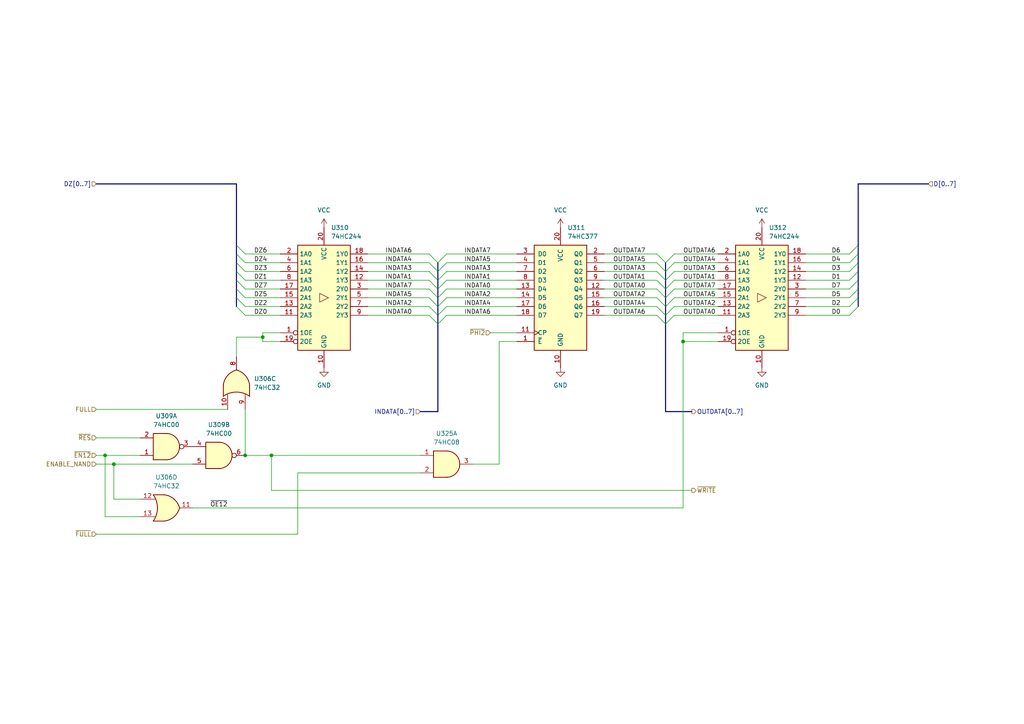
<source format=kicad_sch>
(kicad_sch (version 20211123) (generator eeschema)
  (paper "A4")
  (title_block (title "74HCT6526 Board 3") (date "2023-06-22") (rev "0.2.2") (company "Daniel Molina") (comment 1 "https://github.com/dmolinagarcia/74HCT6526"))
  (lib_symbols
    (symbol "74xx:74HC00" (pin_names (offset 1.016))
      (property "Reference" "U" (at 0 1.27 0))
      (property "Value" "74HC00" (at 0 -1.27 0))
      (symbol "74HC00_1_1"
        (arc (start 0 -3.81) (mid 3.81 0) (end 0 3.81) (stroke (width 0.254)) (fill (type background)))
        (polyline (pts (xy 0 3.81) (xy -3.81 3.81) (xy -3.81 -3.81) (xy 0 -3.81)) (stroke (width 0.254)) (fill (type background)))
        (pin input line (at -7.62 2.54 0) (length 3.81) (name "~") (number "1"))
        (pin input line (at -7.62 -2.54 0) (length 3.81) (name "~") (number "2"))
        (pin output inverted (at 7.62 0 180) (length 3.81) (name "~") (number "3"))
      )
      (symbol "74HC00_1_2"
        (arc (start -3.81 -3.81) (mid -2.589 0) (end -3.81 3.81) (stroke (width 0.254)))
        (arc (start -0.6096 -3.81) (mid 2.1842 -2.5851) (end 3.81 0) (stroke (width 0.254)) (fill (type background)))
        (polyline (pts (xy -3.81 -3.81) (xy -0.635 -3.81)) (stroke (width 0.254)) (fill (type background)))
        (polyline (pts (xy -3.81 3.81) (xy -0.635 3.81)) (stroke (width 0.254)) (fill (type background)))
        (polyline (pts (xy -0.635 3.81) (xy -3.81 3.81) (xy -3.81 3.81) (xy -3.556 3.4036) (xy -3.0226 2.2606) (xy -2.6924 1.0414) (xy -2.6162 -0.254) (xy -2.7686 -1.4986) (xy -3.175 -2.7178) (xy -3.81 -3.81) (xy -3.81 -3.81) (xy -0.635 -3.81)) (stroke (width -25.4)) (fill (type background)))
        (arc (start 3.81 0) (mid 2.1915 2.5936) (end -0.6096 3.81) (stroke (width 0.254)) (fill (type background)))
        (pin input inverted (at -7.62 2.54 0) (length 4.318) (name "~") (number "1"))
        (pin input inverted (at -7.62 -2.54 0) (length 4.318) (name "~") (number "2"))
        (pin output line (at 7.62 0 180) (length 3.81) (name "~") (number "3"))
      )
      (symbol "74HC00_2_1"
        (arc (start 0 -3.81) (mid 3.81 0) (end 0 3.81) (stroke (width 0.254)) (fill (type background)))
        (polyline (pts (xy 0 3.81) (xy -3.81 3.81) (xy -3.81 -3.81) (xy 0 -3.81)) (stroke (width 0.254)) (fill (type background)))
        (pin input line (at -7.62 2.54 0) (length 3.81) (name "~") (number "4"))
        (pin input line (at -7.62 -2.54 0) (length 3.81) (name "~") (number "5"))
        (pin output inverted (at 7.62 0 180) (length 3.81) (name "~") (number "6"))
      )
      (symbol "74HC00_2_2"
        (arc (start -3.81 -3.81) (mid -2.589 0) (end -3.81 3.81) (stroke (width 0.254)))
        (arc (start -0.6096 -3.81) (mid 2.1842 -2.5851) (end 3.81 0) (stroke (width 0.254)) (fill (type background)))
        (polyline (pts (xy -3.81 -3.81) (xy -0.635 -3.81)) (stroke (width 0.254)) (fill (type background)))
        (polyline (pts (xy -3.81 3.81) (xy -0.635 3.81)) (stroke (width 0.254)) (fill (type background)))
        (polyline (pts (xy -0.635 3.81) (xy -3.81 3.81) (xy -3.81 3.81) (xy -3.556 3.4036) (xy -3.0226 2.2606) (xy -2.6924 1.0414) (xy -2.6162 -0.254) (xy -2.7686 -1.4986) (xy -3.175 -2.7178) (xy -3.81 -3.81) (xy -3.81 -3.81) (xy -0.635 -3.81)) (stroke (width -25.4)) (fill (type background)))
        (arc (start 3.81 0) (mid 2.1915 2.5936) (end -0.6096 3.81) (stroke (width 0.254)) (fill (type background)))
        (pin input inverted (at -7.62 2.54 0) (length 4.318) (name "~") (number "4"))
        (pin input inverted (at -7.62 -2.54 0) (length 4.318) (name "~") (number "5"))
        (pin output line (at 7.62 0 180) (length 3.81) (name "~") (number "6"))
      )
      (symbol "74HC00_3_1"
        (arc (start 0 -3.81) (mid 3.81 0) (end 0 3.81) (stroke (width 0.254)) (fill (type background)))
        (polyline (pts (xy 0 3.81) (xy -3.81 3.81) (xy -3.81 -3.81) (xy 0 -3.81)) (stroke (width 0.254)) (fill (type background)))
        (pin input line (at -7.62 -2.54 0) (length 3.81) (name "~") (number "10"))
        (pin output inverted (at 7.62 0 180) (length 3.81) (name "~") (number "8"))
        (pin input line (at -7.62 2.54 0) (length 3.81) (name "~") (number "9"))
      )
      (symbol "74HC00_3_2"
        (arc (start -3.81 -3.81) (mid -2.589 0) (end -3.81 3.81) (stroke (width 0.254)))
        (arc (start -0.6096 -3.81) (mid 2.1842 -2.5851) (end 3.81 0) (stroke (width 0.254)) (fill (type background)))
        (polyline (pts (xy -3.81 -3.81) (xy -0.635 -3.81)) (stroke (width 0.254)) (fill (type background)))
        (polyline (pts (xy -3.81 3.81) (xy -0.635 3.81)) (stroke (width 0.254)) (fill (type background)))
        (polyline (pts (xy -0.635 3.81) (xy -3.81 3.81) (xy -3.81 3.81) (xy -3.556 3.4036) (xy -3.0226 2.2606) (xy -2.6924 1.0414) (xy -2.6162 -0.254) (xy -2.7686 -1.4986) (xy -3.175 -2.7178) (xy -3.81 -3.81) (xy -3.81 -3.81) (xy -0.635 -3.81)) (stroke (width -25.4)) (fill (type background)))
        (arc (start 3.81 0) (mid 2.1915 2.5936) (end -0.6096 3.81) (stroke (width 0.254)) (fill (type background)))
        (pin input inverted (at -7.62 -2.54 0) (length 4.318) (name "~") (number "10"))
        (pin output line (at 7.62 0 180) (length 3.81) (name "~") (number "8"))
        (pin input inverted (at -7.62 2.54 0) (length 4.318) (name "~") (number "9"))
      )
      (symbol "74HC00_4_1"
        (arc (start 0 -3.81) (mid 3.81 0) (end 0 3.81) (stroke (width 0.254)) (fill (type background)))
        (polyline (pts (xy 0 3.81) (xy -3.81 3.81) (xy -3.81 -3.81) (xy 0 -3.81)) (stroke (width 0.254)) (fill (type background)))
        (pin output inverted (at 7.62 0 180) (length 3.81) (name "~") (number "11"))
        (pin input line (at -7.62 2.54 0) (length 3.81) (name "~") (number "12"))
        (pin input line (at -7.62 -2.54 0) (length 3.81) (name "~") (number "13"))
      )
      (symbol "74HC00_4_2"
        (arc (start -3.81 -3.81) (mid -2.589 0) (end -3.81 3.81) (stroke (width 0.254)))
        (arc (start -0.6096 -3.81) (mid 2.1842 -2.5851) (end 3.81 0) (stroke (width 0.254)) (fill (type background)))
        (polyline (pts (xy -3.81 -3.81) (xy -0.635 -3.81)) (stroke (width 0.254)) (fill (type background)))
        (polyline (pts (xy -3.81 3.81) (xy -0.635 3.81)) (stroke (width 0.254)) (fill (type background)))
        (polyline (pts (xy -0.635 3.81) (xy -3.81 3.81) (xy -3.81 3.81) (xy -3.556 3.4036) (xy -3.0226 2.2606) (xy -2.6924 1.0414) (xy -2.6162 -0.254) (xy -2.7686 -1.4986) (xy -3.175 -2.7178) (xy -3.81 -3.81) (xy -3.81 -3.81) (xy -0.635 -3.81)) (stroke (width -25.4)) (fill (type background)))
        (arc (start 3.81 0) (mid 2.1915 2.5936) (end -0.6096 3.81) (stroke (width 0.254)) (fill (type background)))
        (pin output line (at 7.62 0 180) (length 3.81) (name "~") (number "11"))
        (pin input inverted (at -7.62 2.54 0) (length 4.318) (name "~") (number "12"))
        (pin input inverted (at -7.62 -2.54 0) (length 4.318) (name "~") (number "13"))
      )
      (symbol "74HC00_5_0"
        (pin power_in line (at 0 12.7 270) (length 5.08) (name "VCC") (number "14"))
        (pin power_in line (at 0 -12.7 90) (length 5.08) (name "GND") (number "7"))
      )
      (symbol "74HC00_5_1"
        (rectangle (start -5.08 7.62) (end 5.08 -7.62) (stroke (width 0.254)) (fill (type background)))
      )
    )
    (symbol "74xx:74HC244"
      (property "Reference" "U" (at -7.62 16.51 0))
      (property "Value" "74HC244" (at -7.62 -16.51 0))
      (symbol "74HC244_1_0"
        (polyline (pts (xy 1.27 0) (xy -1.27 1.27) (xy -1.27 -1.27) (xy 1.27 0)) (stroke (width 0.1524)))
        (pin input inverted (at -12.7 -10.16 0) (length 5.08) (name "1OE") (number "1"))
        (pin power_in line (at 0 -20.32 90) (length 5.08) (name "GND") (number "10"))
        (pin input line (at -12.7 -5.08 0) (length 5.08) (name "2A3") (number "11"))
        (pin tri_state line (at 12.7 5.08 180) (length 5.08) (name "1Y3") (number "12"))
        (pin input line (at -12.7 -2.54 0) (length 5.08) (name "2A2") (number "13"))
        (pin tri_state line (at 12.7 7.62 180) (length 5.08) (name "1Y2") (number "14"))
        (pin input line (at -12.7 0 0) (length 5.08) (name "2A1") (number "15"))
        (pin tri_state line (at 12.7 10.16 180) (length 5.08) (name "1Y1") (number "16"))
        (pin input line (at -12.7 2.54 0) (length 5.08) (name "2A0") (number "17"))
        (pin tri_state line (at 12.7 12.7 180) (length 5.08) (name "1Y0") (number "18"))
        (pin input inverted (at -12.7 -12.7 0) (length 5.08) (name "2OE") (number "19"))
        (pin input line (at -12.7 12.7 0) (length 5.08) (name "1A0") (number "2"))
        (pin power_in line (at 0 20.32 270) (length 5.08) (name "VCC") (number "20"))
        (pin tri_state line (at 12.7 2.54 180) (length 5.08) (name "2Y0") (number "3"))
        (pin input line (at -12.7 10.16 0) (length 5.08) (name "1A1") (number "4"))
        (pin tri_state line (at 12.7 0 180) (length 5.08) (name "2Y1") (number "5"))
        (pin input line (at -12.7 7.62 0) (length 5.08) (name "1A2") (number "6"))
        (pin tri_state line (at 12.7 -2.54 180) (length 5.08) (name "2Y2") (number "7"))
        (pin input line (at -12.7 5.08 0) (length 5.08) (name "1A3") (number "8"))
        (pin tri_state line (at 12.7 -5.08 180) (length 5.08) (name "2Y3") (number "9"))
      )
      (symbol "74HC244_1_1"
        (rectangle (start -7.62 15.24) (end 7.62 -15.24) (stroke (width 0.254)) (fill (type background)))
      )
    )
    (symbol "74xx:74LS32" (pin_names (offset 1.016))
      (property "Reference" "U" (at 0 1.27 0))
      (property "Value" "74LS32" (at 0 -1.27 0))
      (symbol "74LS32_1_1"
        (arc (start -3.81 -3.81) (mid -2.589 0) (end -3.81 3.81) (stroke (width 0.254)))
        (arc (start -0.6096 -3.81) (mid 2.1842 -2.5851) (end 3.81 0) (stroke (width 0.254)) (fill (type background)))
        (polyline (pts (xy -3.81 -3.81) (xy -0.635 -3.81)) (stroke (width 0.254)) (fill (type background)))
        (polyline (pts (xy -3.81 3.81) (xy -0.635 3.81)) (stroke (width 0.254)) (fill (type background)))
        (polyline (pts (xy -0.635 3.81) (xy -3.81 3.81) (xy -3.81 3.81) (xy -3.556 3.4036) (xy -3.0226 2.2606) (xy -2.6924 1.0414) (xy -2.6162 -0.254) (xy -2.7686 -1.4986) (xy -3.175 -2.7178) (xy -3.81 -3.81) (xy -3.81 -3.81) (xy -0.635 -3.81)) (stroke (width -25.4)) (fill (type background)))
        (arc (start 3.81 0) (mid 2.1915 2.5936) (end -0.6096 3.81) (stroke (width 0.254)) (fill (type background)))
        (pin input line (at -7.62 2.54 0) (length 4.318) (name "~") (number "1"))
        (pin input line (at -7.62 -2.54 0) (length 4.318) (name "~") (number "2"))
        (pin output line (at 7.62 0 180) (length 3.81) (name "~") (number "3"))
      )
      (symbol "74LS32_1_2"
        (arc (start 0 -3.81) (mid 3.81 0) (end 0 3.81) (stroke (width 0.254)) (fill (type background)))
        (polyline (pts (xy 0 3.81) (xy -3.81 3.81) (xy -3.81 -3.81) (xy 0 -3.81)) (stroke (width 0.254)) (fill (type background)))
        (pin input inverted (at -7.62 2.54 0) (length 3.81) (name "~") (number "1"))
        (pin input inverted (at -7.62 -2.54 0) (length 3.81) (name "~") (number "2"))
        (pin output inverted (at 7.62 0 180) (length 3.81) (name "~") (number "3"))
      )
      (symbol "74LS32_2_1"
        (arc (start -3.81 -3.81) (mid -2.589 0) (end -3.81 3.81) (stroke (width 0.254)))
        (arc (start -0.6096 -3.81) (mid 2.1842 -2.5851) (end 3.81 0) (stroke (width 0.254)) (fill (type background)))
        (polyline (pts (xy -3.81 -3.81) (xy -0.635 -3.81)) (stroke (width 0.254)) (fill (type background)))
        (polyline (pts (xy -3.81 3.81) (xy -0.635 3.81)) (stroke (width 0.254)) (fill (type background)))
        (polyline (pts (xy -0.635 3.81) (xy -3.81 3.81) (xy -3.81 3.81) (xy -3.556 3.4036) (xy -3.0226 2.2606) (xy -2.6924 1.0414) (xy -2.6162 -0.254) (xy -2.7686 -1.4986) (xy -3.175 -2.7178) (xy -3.81 -3.81) (xy -3.81 -3.81) (xy -0.635 -3.81)) (stroke (width -25.4)) (fill (type background)))
        (arc (start 3.81 0) (mid 2.1915 2.5936) (end -0.6096 3.81) (stroke (width 0.254)) (fill (type background)))
        (pin input line (at -7.62 2.54 0) (length 4.318) (name "~") (number "4"))
        (pin input line (at -7.62 -2.54 0) (length 4.318) (name "~") (number "5"))
        (pin output line (at 7.62 0 180) (length 3.81) (name "~") (number "6"))
      )
      (symbol "74LS32_2_2"
        (arc (start 0 -3.81) (mid 3.81 0) (end 0 3.81) (stroke (width 0.254)) (fill (type background)))
        (polyline (pts (xy 0 3.81) (xy -3.81 3.81) (xy -3.81 -3.81) (xy 0 -3.81)) (stroke (width 0.254)) (fill (type background)))
        (pin input inverted (at -7.62 2.54 0) (length 3.81) (name "~") (number "4"))
        (pin input inverted (at -7.62 -2.54 0) (length 3.81) (name "~") (number "5"))
        (pin output inverted (at 7.62 0 180) (length 3.81) (name "~") (number "6"))
      )
      (symbol "74LS32_3_1"
        (arc (start -3.81 -3.81) (mid -2.589 0) (end -3.81 3.81) (stroke (width 0.254)))
        (arc (start -0.6096 -3.81) (mid 2.1842 -2.5851) (end 3.81 0) (stroke (width 0.254)) (fill (type background)))
        (polyline (pts (xy -3.81 -3.81) (xy -0.635 -3.81)) (stroke (width 0.254)) (fill (type background)))
        (polyline (pts (xy -3.81 3.81) (xy -0.635 3.81)) (stroke (width 0.254)) (fill (type background)))
        (polyline (pts (xy -0.635 3.81) (xy -3.81 3.81) (xy -3.81 3.81) (xy -3.556 3.4036) (xy -3.0226 2.2606) (xy -2.6924 1.0414) (xy -2.6162 -0.254) (xy -2.7686 -1.4986) (xy -3.175 -2.7178) (xy -3.81 -3.81) (xy -3.81 -3.81) (xy -0.635 -3.81)) (stroke (width -25.4)) (fill (type background)))
        (arc (start 3.81 0) (mid 2.1915 2.5936) (end -0.6096 3.81) (stroke (width 0.254)) (fill (type background)))
        (pin input line (at -7.62 -2.54 0) (length 4.318) (name "~") (number "10"))
        (pin output line (at 7.62 0 180) (length 3.81) (name "~") (number "8"))
        (pin input line (at -7.62 2.54 0) (length 4.318) (name "~") (number "9"))
      )
      (symbol "74LS32_3_2"
        (arc (start 0 -3.81) (mid 3.81 0) (end 0 3.81) (stroke (width 0.254)) (fill (type background)))
        (polyline (pts (xy 0 3.81) (xy -3.81 3.81) (xy -3.81 -3.81) (xy 0 -3.81)) (stroke (width 0.254)) (fill (type background)))
        (pin input inverted (at -7.62 -2.54 0) (length 3.81) (name "~") (number "10"))
        (pin output inverted (at 7.62 0 180) (length 3.81) (name "~") (number "8"))
        (pin input inverted (at -7.62 2.54 0) (length 3.81) (name "~") (number "9"))
      )
      (symbol "74LS32_4_1"
        (arc (start -3.81 -3.81) (mid -2.589 0) (end -3.81 3.81) (stroke (width 0.254)))
        (arc (start -0.6096 -3.81) (mid 2.1842 -2.5851) (end 3.81 0) (stroke (width 0.254)) (fill (type background)))
        (polyline (pts (xy -3.81 -3.81) (xy -0.635 -3.81)) (stroke (width 0.254)) (fill (type background)))
        (polyline (pts (xy -3.81 3.81) (xy -0.635 3.81)) (stroke (width 0.254)) (fill (type background)))
        (polyline (pts (xy -0.635 3.81) (xy -3.81 3.81) (xy -3.81 3.81) (xy -3.556 3.4036) (xy -3.0226 2.2606) (xy -2.6924 1.0414) (xy -2.6162 -0.254) (xy -2.7686 -1.4986) (xy -3.175 -2.7178) (xy -3.81 -3.81) (xy -3.81 -3.81) (xy -0.635 -3.81)) (stroke (width -25.4)) (fill (type background)))
        (arc (start 3.81 0) (mid 2.1915 2.5936) (end -0.6096 3.81) (stroke (width 0.254)) (fill (type background)))
        (pin output line (at 7.62 0 180) (length 3.81) (name "~") (number "11"))
        (pin input line (at -7.62 2.54 0) (length 4.318) (name "~") (number "12"))
        (pin input line (at -7.62 -2.54 0) (length 4.318) (name "~") (number "13"))
      )
      (symbol "74LS32_4_2"
        (arc (start 0 -3.81) (mid 3.81 0) (end 0 3.81) (stroke (width 0.254)) (fill (type background)))
        (polyline (pts (xy 0 3.81) (xy -3.81 3.81) (xy -3.81 -3.81) (xy 0 -3.81)) (stroke (width 0.254)) (fill (type background)))
        (pin output inverted (at 7.62 0 180) (length 3.81) (name "~") (number "11"))
        (pin input inverted (at -7.62 2.54 0) (length 3.81) (name "~") (number "12"))
        (pin input inverted (at -7.62 -2.54 0) (length 3.81) (name "~") (number "13"))
      )
      (symbol "74LS32_5_0"
        (pin power_in line (at 0 12.7 270) (length 5.08) (name "VCC") (number "14"))
        (pin power_in line (at 0 -12.7 90) (length 5.08) (name "GND") (number "7"))
      )
      (symbol "74LS32_5_1"
        (rectangle (start -5.08 7.62) (end 5.08 -7.62) (stroke (width 0.254)) (fill (type background)))
      )
    )
    (symbol "74xx:74LS377" (pin_names (offset 1.016))
      (property "Reference" "U" (at -7.62 16.51 0))
      (property "Value" "74LS377" (at -7.62 -16.51 0))
      (symbol "74LS377_1_0"
        (pin input line (at -12.7 -12.7 0) (length 5.08) (name "~{E}") (number "1"))
        (pin power_in line (at 0 -20.32 90) (length 5.08) (name "GND") (number "10"))
        (pin input clock (at -12.7 -10.16 0) (length 5.08) (name "CP") (number "11"))
        (pin output line (at 12.7 2.54 180) (length 5.08) (name "Q4") (number "12"))
        (pin input line (at -12.7 2.54 0) (length 5.08) (name "D4") (number "13"))
        (pin input line (at -12.7 0 0) (length 5.08) (name "D5") (number "14"))
        (pin output line (at 12.7 0 180) (length 5.08) (name "Q5") (number "15"))
        (pin output line (at 12.7 -2.54 180) (length 5.08) (name "Q6") (number "16"))
        (pin input line (at -12.7 -2.54 0) (length 5.08) (name "D6") (number "17"))
        (pin input line (at -12.7 -5.08 0) (length 5.08) (name "D7") (number "18"))
        (pin output line (at 12.7 -5.08 180) (length 5.08) (name "Q7") (number "19"))
        (pin output line (at 12.7 12.7 180) (length 5.08) (name "Q0") (number "2"))
        (pin power_in line (at 0 20.32 270) (length 5.08) (name "VCC") (number "20"))
        (pin input line (at -12.7 12.7 0) (length 5.08) (name "D0") (number "3"))
        (pin input line (at -12.7 10.16 0) (length 5.08) (name "D1") (number "4"))
        (pin output line (at 12.7 10.16 180) (length 5.08) (name "Q1") (number "5"))
        (pin output line (at 12.7 7.62 180) (length 5.08) (name "Q2") (number "6"))
        (pin input line (at -12.7 7.62 0) (length 5.08) (name "D2") (number "7"))
        (pin input line (at -12.7 5.08 0) (length 5.08) (name "D3") (number "8"))
        (pin output line (at 12.7 5.08 180) (length 5.08) (name "Q3") (number "9"))
      )
      (symbol "74LS377_1_1"
        (rectangle (start -7.62 15.24) (end 7.62 -15.24) (stroke (width 0.254)) (fill (type background)))
      )
    )
    (symbol "Custom 74xx:74HC08" (pin_names (offset 1.016))
      (property "Reference" "U" (at 0 1.27 0))
      (property "Value" "74HC08" (at 0 -1.27 0))
      (symbol "74HC08_1_1"
        (arc (start 0 -3.81) (mid 3.81 0) (end 0 3.81) (stroke (width 0.254)) (fill (type background)))
        (polyline (pts (xy 0 3.81) (xy -3.81 3.81) (xy -3.81 -3.81) (xy 0 -3.81)) (stroke (width 0.254)) (fill (type background)))
        (pin input line (at -7.62 2.54 0) (length 3.81) (name "~") (number "1"))
        (pin input line (at -7.62 -2.54 0) (length 3.81) (name "~") (number "2"))
        (pin output line (at 7.62 0 180) (length 3.81) (name "~") (number "3"))
      )
      (symbol "74HC08_1_2"
        (arc (start -3.81 -3.81) (mid -2.589 0) (end -3.81 3.81) (stroke (width 0.254)))
        (arc (start -0.6096 -3.81) (mid 2.1855 -2.584) (end 3.81 0) (stroke (width 0.254)) (fill (type background)))
        (polyline (pts (xy -3.81 -3.81) (xy -0.635 -3.81)) (stroke (width 0.254)) (fill (type background)))
        (polyline (pts (xy -3.81 3.81) (xy -0.635 3.81)) (stroke (width 0.254)) (fill (type background)))
        (polyline (pts (xy -0.635 3.81) (xy -3.81 3.81) (xy -3.81 3.81) (xy -3.556 3.4036) (xy -3.0226 2.2606) (xy -2.6924 1.0414) (xy -2.6162 -0.254) (xy -2.7686 -1.4986) (xy -3.175 -2.7178) (xy -3.81 -3.81) (xy -3.81 -3.81) (xy -0.635 -3.81)) (stroke (width -25.4)) (fill (type background)))
        (arc (start 3.81 0) (mid 2.1928 2.5925) (end -0.6096 3.81) (stroke (width 0.254)) (fill (type background)))
        (pin input inverted (at -7.62 2.54 0) (length 4.318) (name "~") (number "1"))
        (pin input inverted (at -7.62 -2.54 0) (length 4.318) (name "~") (number "2"))
        (pin output line (at 7.62 0 180) (length 3.81) (name "~") (number "3"))
      )
      (symbol "74HC08_2_1"
        (arc (start 0 -3.81) (mid 3.81 0) (end 0 3.81) (stroke (width 0.254)) (fill (type background)))
        (polyline (pts (xy 0 3.81) (xy -3.81 3.81) (xy -3.81 -3.81) (xy 0 -3.81)) (stroke (width 0.254)) (fill (type background)))
        (pin input line (at -7.62 2.54 0) (length 3.81) (name "~") (number "4"))
        (pin input line (at -7.62 -2.54 0) (length 3.81) (name "~") (number "5"))
        (pin output line (at 7.62 0 180) (length 3.81) (name "~") (number "6"))
      )
      (symbol "74HC08_2_2"
        (arc (start -3.81 -3.81) (mid -2.589 0) (end -3.81 3.81) (stroke (width 0.254)))
        (arc (start -0.6096 -3.81) (mid 2.1855 -2.584) (end 3.81 0) (stroke (width 0.254)) (fill (type background)))
        (polyline (pts (xy -3.81 -3.81) (xy -0.635 -3.81)) (stroke (width 0.254)) (fill (type background)))
        (polyline (pts (xy -3.81 3.81) (xy -0.635 3.81)) (stroke (width 0.254)) (fill (type background)))
        (polyline (pts (xy -0.635 3.81) (xy -3.81 3.81) (xy -3.81 3.81) (xy -3.556 3.4036) (xy -3.0226 2.2606) (xy -2.6924 1.0414) (xy -2.6162 -0.254) (xy -2.7686 -1.4986) (xy -3.175 -2.7178) (xy -3.81 -3.81) (xy -3.81 -3.81) (xy -0.635 -3.81)) (stroke (width -25.4)) (fill (type background)))
        (arc (start 3.81 0) (mid 2.1928 2.5925) (end -0.6096 3.81) (stroke (width 0.254)) (fill (type background)))
        (pin input inverted (at -7.62 2.54 0) (length 4.318) (name "~") (number "4"))
        (pin input inverted (at -7.62 -2.54 0) (length 4.318) (name "~") (number "5"))
        (pin output line (at 7.62 0 180) (length 3.81) (name "~") (number "6"))
      )
      (symbol "74HC08_3_1"
        (arc (start 0 -3.81) (mid 3.81 0) (end 0 3.81) (stroke (width 0.254)) (fill (type background)))
        (polyline (pts (xy 0 3.81) (xy -3.81 3.81) (xy -3.81 -3.81) (xy 0 -3.81)) (stroke (width 0.254)) (fill (type background)))
        (pin input line (at -7.62 -2.54 0) (length 3.81) (name "~") (number "10"))
        (pin output line (at 7.62 0 180) (length 3.81) (name "~") (number "8"))
        (pin input line (at -7.62 2.54 0) (length 3.81) (name "~") (number "9"))
      )
      (symbol "74HC08_3_2"
        (arc (start -3.81 -3.81) (mid -2.589 0) (end -3.81 3.81) (stroke (width 0.254)))
        (arc (start -0.6096 -3.81) (mid 2.1855 -2.584) (end 3.81 0) (stroke (width 0.254)) (fill (type background)))
        (polyline (pts (xy -3.81 -3.81) (xy -0.635 -3.81)) (stroke (width 0.254)) (fill (type background)))
        (polyline (pts (xy -3.81 3.81) (xy -0.635 3.81)) (stroke (width 0.254)) (fill (type background)))
        (polyline (pts (xy -0.635 3.81) (xy -3.81 3.81) (xy -3.81 3.81) (xy -3.556 3.4036) (xy -3.0226 2.2606) (xy -2.6924 1.0414) (xy -2.6162 -0.254) (xy -2.7686 -1.4986) (xy -3.175 -2.7178) (xy -3.81 -3.81) (xy -3.81 -3.81) (xy -0.635 -3.81)) (stroke (width -25.4)) (fill (type background)))
        (arc (start 3.81 0) (mid 2.1928 2.5925) (end -0.6096 3.81) (stroke (width 0.254)) (fill (type background)))
        (pin input inverted (at -7.62 -2.54 0) (length 4.318) (name "~") (number "10"))
        (pin output line (at 7.62 0 180) (length 3.81) (name "~") (number "8"))
        (pin input inverted (at -7.62 2.54 0) (length 4.318) (name "~") (number "9"))
      )
      (symbol "74HC08_4_1"
        (arc (start 0 -3.81) (mid 3.81 0) (end 0 3.81) (stroke (width 0.254)) (fill (type background)))
        (polyline (pts (xy 0 3.81) (xy -3.81 3.81) (xy -3.81 -3.81) (xy 0 -3.81)) (stroke (width 0.254)) (fill (type background)))
        (pin output line (at 7.62 0 180) (length 3.81) (name "~") (number "11"))
        (pin input line (at -7.62 2.54 0) (length 3.81) (name "~") (number "12"))
        (pin input line (at -7.62 -2.54 0) (length 3.81) (name "~") (number "13"))
      )
      (symbol "74HC08_4_2"
        (arc (start -3.81 -3.81) (mid -2.589 0) (end -3.81 3.81) (stroke (width 0.254)))
        (arc (start -0.6096 -3.81) (mid 2.1855 -2.584) (end 3.81 0) (stroke (width 0.254)) (fill (type background)))
        (polyline (pts (xy -3.81 -3.81) (xy -0.635 -3.81)) (stroke (width 0.254)) (fill (type background)))
        (polyline (pts (xy -3.81 3.81) (xy -0.635 3.81)) (stroke (width 0.254)) (fill (type background)))
        (polyline (pts (xy -0.635 3.81) (xy -3.81 3.81) (xy -3.81 3.81) (xy -3.556 3.4036) (xy -3.0226 2.2606) (xy -2.6924 1.0414) (xy -2.6162 -0.254) (xy -2.7686 -1.4986) (xy -3.175 -2.7178) (xy -3.81 -3.81) (xy -3.81 -3.81) (xy -0.635 -3.81)) (stroke (width -25.4)) (fill (type background)))
        (arc (start 3.81 0) (mid 2.1928 2.5925) (end -0.6096 3.81) (stroke (width 0.254)) (fill (type background)))
        (pin output line (at 7.62 0 180) (length 3.81) (name "~") (number "11"))
        (pin input inverted (at -7.62 2.54 0) (length 4.318) (name "~") (number "12"))
        (pin input inverted (at -7.62 -2.54 0) (length 4.318) (name "~") (number "13"))
      )
      (symbol "74HC08_5_0"
        (pin power_in line (at 0 12.7 270) (length 5.08) (name "VCC") (number "14"))
        (pin power_in line (at 0 -12.7 90) (length 5.08) (name "GND") (number "7"))
      )
      (symbol "74HC08_5_1"
        (rectangle (start -5.08 7.62) (end 5.08 -7.62) (stroke (width 0.254)) (fill (type background)))
      )
    )
    (symbol "power:GND" (power) (pin_names (offset 0))
      (property "Value" "GND" (at 0 -3.81 0))
      (symbol "GND_0_1"
        (polyline (pts (xy 0 0) (xy 0 -1.27) (xy 1.27 -1.27) (xy 0 -2.54) (xy -1.27 -1.27) (xy 0 -1.27)))
      )
      (symbol "GND_1_1"
        (pin power_in line (at 0 0 270) (length 0) hide (name "GND") (number "1"))
      )
    )
    (symbol "power:VCC" (power) (pin_names (offset 0))
      (property "Value" "VCC" (at 0 3.81 0))
      (symbol "VCC_0_1"
        (polyline (pts (xy -0.762 1.27) (xy 0 2.54)))
        (polyline (pts (xy 0 0) (xy 0 2.54)))
        (polyline (pts (xy 0 2.54) (xy 0.762 1.27)))
      )
      (symbol "VCC_1_1"
        (pin power_in line (at 0 0 90) (length 0) hide (name "VCC") (number "1"))
      )
    )
  )
  (junction (at 76.2 97.79))
  (junction (at 198.12 99.06))
  (junction (at 71.12 132.08))
  (junction (at 33.02 134.62))
  (junction (at 30.48 132.08))
  (junction (at 78.74 132.08))
  (bus_entry (at 195.58 91.44) (size -2.54 2.54))
  (bus_entry (at 124.46 86.36) (size 2.54 2.54))
  (bus_entry (at 124.46 88.9) (size 2.54 2.54))
  (bus_entry (at 246.38 88.9) (size 2.54 -2.54))
  (bus_entry (at 246.38 91.44) (size 2.54 -2.54))
  (bus_entry (at 190.5 81.28) (size 2.54 2.54))
  (bus_entry (at 129.54 88.9) (size -2.54 2.54))
  (bus_entry (at 246.38 83.82) (size 2.54 -2.54))
  (bus_entry (at 190.5 83.82) (size 2.54 2.54))
  (bus_entry (at 195.58 86.36) (size -2.54 2.54))
  (bus_entry (at 246.38 73.66) (size 2.54 -2.54))
  (bus_entry (at 246.38 81.28) (size 2.54 -2.54))
  (bus_entry (at 190.5 76.2) (size 2.54 2.54))
  (bus_entry (at 68.58 71.12) (size 2.54 2.54))
  (bus_entry (at 195.58 81.28) (size -2.54 2.54))
  (bus_entry (at 68.58 73.66) (size 2.54 2.54))
  (bus_entry (at 190.5 88.9) (size 2.54 2.54))
  (bus_entry (at 124.46 81.28) (size 2.54 2.54))
  (bus_entry (at 124.46 83.82) (size 2.54 2.54))
  (bus_entry (at 124.46 76.2) (size 2.54 2.54))
  (bus_entry (at 195.58 76.2) (size -2.54 2.54))
  (bus_entry (at 129.54 78.74) (size -2.54 2.54))
  (bus_entry (at 68.58 81.28) (size 2.54 2.54))
  (bus_entry (at 190.5 73.66) (size 2.54 2.54))
  (bus_entry (at 195.58 73.66) (size -2.54 2.54))
  (bus_entry (at 129.54 73.66) (size -2.54 2.54))
  (bus_entry (at 124.46 73.66) (size 2.54 2.54))
  (bus_entry (at 195.58 88.9) (size -2.54 2.54))
  (bus_entry (at 68.58 83.82) (size 2.54 2.54))
  (bus_entry (at 246.38 78.74) (size 2.54 -2.54))
  (bus_entry (at 195.58 83.82) (size -2.54 2.54))
  (bus_entry (at 129.54 86.36) (size -2.54 2.54))
  (bus_entry (at 129.54 83.82) (size -2.54 2.54))
  (bus_entry (at 129.54 91.44) (size -2.54 2.54))
  (bus_entry (at 68.58 86.36) (size 2.54 2.54))
  (bus_entry (at 68.58 88.9) (size 2.54 2.54))
  (bus_entry (at 129.54 76.2) (size -2.54 2.54))
  (bus_entry (at 195.58 78.74) (size -2.54 2.54))
  (bus_entry (at 190.5 78.74) (size 2.54 2.54))
  (bus_entry (at 68.58 78.74) (size 2.54 2.54))
  (bus_entry (at 190.5 86.36) (size 2.54 2.54))
  (bus_entry (at 124.46 91.44) (size 2.54 2.54))
  (bus_entry (at 68.58 76.2) (size 2.54 2.54))
  (bus_entry (at 190.5 91.44) (size 2.54 2.54))
  (bus_entry (at 129.54 81.28) (size -2.54 2.54))
  (bus_entry (at 246.38 86.36) (size 2.54 -2.54))
  (bus_entry (at 124.46 78.74) (size 2.54 2.54))
  (bus_entry (at 246.38 76.2) (size 2.54 -2.54))
  (wire (pts (xy 195.58 78.74) (xy 208.28 78.74)))
  (wire (pts (xy 76.2 96.52) (xy 81.28 96.52)))
  (wire (pts (xy 144.78 99.06) (xy 144.78 134.62)))
  (wire (pts (xy 233.68 78.74) (xy 246.38 78.74)))
  (wire (pts (xy 30.48 132.08) (xy 40.64 132.08)))
  (bus (pts (xy 68.58 86.36) (xy 68.58 88.9)))
  (bus (pts (xy 193.04 78.74) (xy 193.04 81.28)))
  (wire (pts (xy 195.58 86.36) (xy 208.28 86.36)))
  (wire (pts (xy 233.68 88.9) (xy 246.38 88.9)))
  (wire (pts (xy 233.68 83.82) (xy 246.38 83.82)))
  (bus (pts (xy 127 83.82) (xy 127 86.36)))
  (wire (pts (xy 106.68 76.2) (xy 124.46 76.2)))
  (wire (pts (xy 175.26 91.44) (xy 190.5 91.44)))
  (bus (pts (xy 248.92 76.2) (xy 248.92 78.74)))
  (wire (pts (xy 233.68 91.44) (xy 246.38 91.44)))
  (wire (pts (xy 71.12 76.2) (xy 81.28 76.2)))
  (wire (pts (xy 33.02 134.62) (xy 33.02 144.78)))
  (wire (pts (xy 40.64 149.86) (xy 30.48 149.86)))
  (bus (pts (xy 193.04 83.82) (xy 193.04 86.36)))
  (wire (pts (xy 175.26 78.74) (xy 190.5 78.74)))
  (wire (pts (xy 198.12 99.06) (xy 198.12 96.52)))
  (wire (pts (xy 78.74 132.08) (xy 121.92 132.08)))
  (bus (pts (xy 68.58 71.12) (xy 68.58 73.66)))
  (bus (pts (xy 68.58 78.74) (xy 68.58 81.28)))
  (wire (pts (xy 68.58 103.505) (xy 68.58 97.79)))
  (wire (pts (xy 106.68 86.36) (xy 124.46 86.36)))
  (wire (pts (xy 76.2 97.79) (xy 76.2 96.52)))
  (wire (pts (xy 71.12 132.08) (xy 78.74 132.08)))
  (wire (pts (xy 233.68 81.28) (xy 246.38 81.28)))
  (wire (pts (xy 195.58 88.9) (xy 208.28 88.9)))
  (bus (pts (xy 248.92 71.12) (xy 248.92 73.66)))
  (wire (pts (xy 129.54 81.28) (xy 149.86 81.28)))
  (wire (pts (xy 106.68 78.74) (xy 124.46 78.74)))
  (wire (pts (xy 195.58 81.28) (xy 208.28 81.28)))
  (wire (pts (xy 175.26 83.82) (xy 190.5 83.82)))
  (wire (pts (xy 129.54 91.44) (xy 149.86 91.44)))
  (wire (pts (xy 175.26 81.28) (xy 190.5 81.28)))
  (wire (pts (xy 129.54 76.2) (xy 149.86 76.2)))
  (wire (pts (xy 106.68 88.9) (xy 124.46 88.9)))
  (bus (pts (xy 127 76.2) (xy 127 78.74)))
  (wire (pts (xy 175.26 73.66) (xy 190.5 73.66)))
  (bus (pts (xy 68.58 76.2) (xy 68.58 78.74)))
  (bus (pts (xy 269.24 53.34) (xy 248.92 53.34)))
  (bus (pts (xy 127 93.98) (xy 127 119.38)))
  (wire (pts (xy 106.68 81.28) (xy 124.46 81.28)))
  (bus (pts (xy 248.92 86.36) (xy 248.92 88.9)))
  (wire (pts (xy 129.54 86.36) (xy 149.86 86.36)))
  (wire (pts (xy 27.94 127) (xy 40.64 127)))
  (bus (pts (xy 248.92 83.82) (xy 248.92 86.36)))
  (wire (pts (xy 40.64 144.78) (xy 33.02 144.78)))
  (wire (pts (xy 149.86 99.06) (xy 144.78 99.06)))
  (wire (pts (xy 27.94 118.745) (xy 66.04 118.745)))
  (wire (pts (xy 71.12 88.9) (xy 81.28 88.9)))
  (wire (pts (xy 71.12 73.66) (xy 81.28 73.66)))
  (bus (pts (xy 127 78.74) (xy 127 81.28)))
  (bus (pts (xy 248.92 53.34) (xy 248.92 71.12)))
  (bus (pts (xy 68.58 83.82) (xy 68.58 86.36)))
  (bus (pts (xy 193.04 91.44) (xy 193.04 93.98)))
  (bus (pts (xy 200.66 119.38) (xy 193.04 119.38)))
  (bus (pts (xy 68.58 81.28) (xy 68.58 83.82)))
  (wire (pts (xy 33.02 134.62) (xy 55.88 134.62)))
  (bus (pts (xy 27.94 53.34) (xy 68.58 53.34)))
  (wire (pts (xy 86.36 137.16) (xy 121.92 137.16)))
  (wire (pts (xy 86.36 154.94) (xy 86.36 137.16)))
  (wire (pts (xy 76.2 99.06) (xy 76.2 97.79)))
  (bus (pts (xy 248.92 78.74) (xy 248.92 81.28)))
  (wire (pts (xy 142.24 96.52) (xy 149.86 96.52)))
  (wire (pts (xy 175.26 76.2) (xy 190.5 76.2)))
  (bus (pts (xy 68.58 73.66) (xy 68.58 76.2)))
  (wire (pts (xy 106.68 83.82) (xy 124.46 83.82)))
  (wire (pts (xy 71.12 118.745) (xy 71.12 132.08)))
  (wire (pts (xy 27.94 134.62) (xy 33.02 134.62)))
  (wire (pts (xy 233.68 73.66) (xy 246.38 73.66)))
  (bus (pts (xy 127 81.28) (xy 127 83.82)))
  (wire (pts (xy 198.12 147.32) (xy 198.12 99.06)))
  (bus (pts (xy 193.04 93.98) (xy 193.04 119.38)))
  (wire (pts (xy 71.12 83.82) (xy 81.28 83.82)))
  (wire (pts (xy 71.12 91.44) (xy 81.28 91.44)))
  (bus (pts (xy 193.04 81.28) (xy 193.04 83.82)))
  (wire (pts (xy 78.74 132.08) (xy 78.74 142.24)))
  (bus (pts (xy 127 86.36) (xy 127 88.9)))
  (bus (pts (xy 193.04 86.36) (xy 193.04 88.9)))
  (wire (pts (xy 129.54 73.66) (xy 149.86 73.66)))
  (wire (pts (xy 233.68 76.2) (xy 246.38 76.2)))
  (wire (pts (xy 195.58 73.66) (xy 208.28 73.66)))
  (wire (pts (xy 71.12 86.36) (xy 81.28 86.36)))
  (bus (pts (xy 127 91.44) (xy 127 93.98)))
  (wire (pts (xy 76.2 99.06) (xy 81.28 99.06)))
  (wire (pts (xy 106.68 91.44) (xy 124.46 91.44)))
  (wire (pts (xy 55.88 147.32) (xy 198.12 147.32)))
  (wire (pts (xy 195.58 91.44) (xy 208.28 91.44)))
  (bus (pts (xy 121.92 119.38) (xy 127 119.38)))
  (bus (pts (xy 248.92 73.66) (xy 248.92 76.2)))
  (wire (pts (xy 27.94 132.08) (xy 30.48 132.08)))
  (wire (pts (xy 71.12 81.28) (xy 81.28 81.28)))
  (wire (pts (xy 195.58 83.82) (xy 208.28 83.82)))
  (bus (pts (xy 68.58 53.34) (xy 68.58 71.12)))
  (wire (pts (xy 175.26 88.9) (xy 190.5 88.9)))
  (wire (pts (xy 175.26 86.36) (xy 190.5 86.36)))
  (wire (pts (xy 129.54 78.74) (xy 149.86 78.74)))
  (bus (pts (xy 193.04 88.9) (xy 193.04 91.44)))
  (wire (pts (xy 71.12 78.74) (xy 81.28 78.74)))
  (wire (pts (xy 233.68 86.36) (xy 246.38 86.36)))
  (wire (pts (xy 30.48 149.86) (xy 30.48 132.08)))
  (bus (pts (xy 248.92 81.28) (xy 248.92 83.82)))
  (wire (pts (xy 106.68 73.66) (xy 124.46 73.66)))
  (wire (pts (xy 198.12 96.52) (xy 208.28 96.52)))
  (wire (pts (xy 27.94 154.94) (xy 86.36 154.94)))
  (wire (pts (xy 68.58 97.79) (xy 76.2 97.79)))
  (wire (pts (xy 195.58 76.2) (xy 208.28 76.2)))
  (wire (pts (xy 129.54 88.9) (xy 149.86 88.9)))
  (bus (pts (xy 127 88.9) (xy 127 91.44)))
  (wire (pts (xy 198.12 99.06) (xy 208.28 99.06)))
  (wire (pts (xy 129.54 83.82) (xy 149.86 83.82)))
  (bus (pts (xy 193.04 76.2) (xy 193.04 78.74)))
  (wire (pts (xy 78.74 142.24) (xy 200.66 142.24)))
  (wire (pts (xy 144.78 134.62) (xy 137.16 134.62)))
  (label "OUTDATA4" (at 177.8 88.9 0))
  (label "INDATA1" (at 111.76 81.28 0))
  (label "OUTDATA0" (at 177.8 83.82 0))
  (label "DZ1" (at 73.66 81.28 0))
  (label "INDATA6" (at 134.62 91.44 0))
  (label "OUTDATA3" (at 198.12 78.74 0))
  (label "D6" (at 243.84 73.66 180))
  (label "OUTDATA5" (at 177.8 76.2 0))
  (label "D1" (at 243.84 81.28 180))
  (label "INDATA2" (at 134.62 86.36 0))
  (label "OUTDATA1" (at 177.8 81.28 0))
  (label "D7" (at 243.84 83.82 180))
  (label "INDATA6" (at 111.76 73.66 0))
  (label "OUTDATA1" (at 198.12 81.28 0))
  (label "OUTDATA2" (at 177.8 86.36 0))
  (label "D4" (at 243.84 76.2 180))
  (label "D3" (at 243.84 78.74 180))
  (label "INDATA5" (at 111.76 86.36 0))
  (label "OUTDATA5" (at 198.12 86.36 0))
  (label "OUTDATA6" (at 198.12 73.66 0))
  (label "~{OE12}" (at 66.04 147.32 180))
  (label "INDATA1" (at 134.62 81.28 0))
  (label "INDATA7" (at 134.62 73.66 0))
  (label "DZ7" (at 73.66 83.82 0))
  (label "OUTDATA4" (at 198.12 76.2 0))
  (label "INDATA0" (at 111.76 91.44 0))
  (label "D2" (at 243.84 88.9 180))
  (label "DZ3" (at 73.66 78.74 0))
  (label "D0" (at 243.84 91.44 180))
  (label "INDATA4" (at 134.62 88.9 0))
  (label "OUTDATA0" (at 198.12 91.44 0))
  (label "INDATA7" (at 111.76 83.82 0))
  (label "D5" (at 243.84 86.36 180))
  (label "OUTDATA7" (at 177.8 73.66 0))
  (label "OUTDATA2" (at 198.12 88.9 0))
  (label "DZ0" (at 73.66 91.44 0))
  (label "INDATA0" (at 134.62 83.82 0))
  (label "OUTDATA6" (at 177.8 91.44 0))
  (label "INDATA2" (at 111.76 88.9 0))
  (label "DZ6" (at 73.66 73.66 0))
  (label "OUTDATA7" (at 198.12 83.82 0))
  (label "INDATA5" (at 134.62 76.2 0))
  (label "INDATA4" (at 111.76 76.2 0))
  (label "DZ4" (at 73.66 76.2 0))
  (label "DZ2" (at 73.66 88.9 0))
  (label "INDATA3" (at 134.62 78.74 0))
  (label "DZ5" (at 73.66 86.36 0))
  (label "OUTDATA3" (at 177.8 78.74 0))
  (label "INDATA3" (at 111.76 78.74 0))
  (hierarchical_label "~{PHI2}" (shape input) (at 142.24 96.52 180))
  (hierarchical_label "DZ[0..7]" (shape input) (at 27.94 53.34 180))
  (hierarchical_label "ENABLE_NAND" (shape input) (at 27.94 134.62 180))
  (hierarchical_label "OUTDATA[0..7]" (shape output) (at 200.66 119.38 0))
  (hierarchical_label "~{EN12}" (shape input) (at 27.94 132.08 180))
  (hierarchical_label "D[0..7]" (shape input) (at 269.24 53.34 0))
  (hierarchical_label "~{WRITE}" (shape output) (at 200.66 142.24 0))
  (hierarchical_label "FULL" (shape input) (at 27.94 118.745 180))
  (hierarchical_label "~{RES}" (shape input) (at 27.94 127 180))
  (hierarchical_label "INDATA[0..7]" (shape input) (at 121.92 119.38 180))
  (hierarchical_label "~{FULL}" (shape input) (at 27.94 154.94 180))
  (symbol (lib_id "74xx:74HC244") (at 220.98 86.36 0) (unit 1)
    (property "Reference" "U312" (at 222.9994 66.04 0) (effects (justify left)))
    (property "Value" "74HC244" (at 222.9994 68.58 0) (effects (justify left)))
    (property "Footprint" "Package_SO:SOIC-20W_7.5x12.8mm_P1.27mm" (effects hide))
    (property "Datasheet" "https://assets.nexperia.com/documents/data-sheet/74HC_HCT244.pdf" (effects hide))
  )
  (symbol (lib_id "power:GND") (at 220.98 106.68 0) (unit 1)
    (property "Reference" "#PWR0324" (effects hide))
    (property "Value" "GND" (at 220.98 111.76 0))
  )
  (symbol (lib_id "74xx:74HC00") (at 63.5 132.08 0) (unit 2)
    (property "Reference" "U309" (at 63.5 123.19 0))
    (property "Value" "74HC00" (at 63.5 125.73 0))
    (property "Footprint" "Package_SO:SO-14_3.9x8.65mm_P1.27mm" (effects hide))
    (property "Datasheet" "http://www.ti.com/lit/gpn/sn74hc00" (effects hide))
  )
  (symbol (lib_id "power:GND") (at 162.56 106.68 0) (unit 1)
    (property "Reference" "#PWR0322" (effects hide))
    (property "Value" "GND" (at 162.56 111.76 0))
  )
  (symbol (lib_id "74xx:74HC244") (at 93.98 86.36 0) (unit 1)
    (property "Reference" "U310" (at 95.9994 66.04 0) (effects (justify left)))
    (property "Value" "74HC244" (at 95.9994 68.58 0) (effects (justify left)))
    (property "Footprint" "Package_SO:SOIC-20W_7.5x12.8mm_P1.27mm" (effects hide))
    (property "Datasheet" "https://assets.nexperia.com/documents/data-sheet/74HC_HCT244.pdf" (effects hide))
  )
  (symbol (lib_id "74xx:74LS32") (at 48.26 147.32 0) (unit 4)
    (property "Reference" "U306" (at 48.26 138.43 0))
    (property "Value" "74HC32" (at 48.26 140.97 0))
    (property "Footprint" "Package_SO:SO-14_3.9x8.65mm_P1.27mm" (effects hide))
    (property "Datasheet" "http://www.ti.com/lit/gpn/sn74LS32" (effects hide))
  )
  (symbol (lib_id "74xx:74LS377") (at 162.56 86.36 0) (unit 1)
    (property "Reference" "U311" (at 164.5794 66.04 0) (effects (justify left)))
    (property "Value" "74HC377" (at 164.5794 68.58 0) (effects (justify left)))
    (property "Footprint" "Package_SO:SOIC-20W_7.5x12.8mm_P1.27mm" (effects hide))
    (property "Datasheet" "http://www.ti.com/lit/gpn/sn74LS377" (effects hide))
  )
  (symbol (lib_id "74xx:74LS32") (at 68.58 111.125 270) (mirror x) (unit 3)
    (property "Reference" "U306" (at 73.66 109.8549 90) (effects (justify left)))
    (property "Value" "74HC32" (at 73.66 112.3949 90) (effects (justify left)))
    (property "Footprint" "Package_SO:SO-14_3.9x8.65mm_P1.27mm" (effects hide))
    (property "Datasheet" "http://www.ti.com/lit/gpn/sn74LS32" (effects hide))
  )
  (symbol (lib_id "Custom 74xx:74HC08") (at 129.54 134.62 0) (unit 1)
    (property "Reference" "U325" (at 129.54 125.73 0))
    (property "Value" "74HC08" (at 129.54 128.27 0))
    (property "Footprint" "Package_SO:SO-14_3.9x8.65mm_P1.27mm" (effects hide))
  )
  (symbol (lib_id "power:VCC") (at 162.56 66.04 0) (unit 1)
    (property "Reference" "#PWR0321" (effects hide))
    (property "Value" "VCC" (at 162.56 60.96 0))
  )
  (symbol (lib_id "74xx:74HC00") (at 48.26 129.54 0) (mirror x) (unit 1)
    (property "Reference" "U309" (at 48.26 120.65 0))
    (property "Value" "74HC00" (at 48.26 123.19 0))
    (property "Footprint" "Package_SO:SO-14_3.9x8.65mm_P1.27mm" (effects hide))
    (property "Datasheet" "http://www.ti.com/lit/gpn/sn74hc00" (effects hide))
  )
  (symbol (lib_id "power:VCC") (at 220.98 66.04 0) (unit 1)
    (property "Reference" "#PWR0323" (effects hide))
    (property "Value" "VCC" (at 220.98 60.96 0))
  )
  (symbol (lib_id "power:GND") (at 93.98 106.68 0) (unit 1)
    (property "Reference" "#PWR0320" (effects hide))
    (property "Value" "GND" (at 93.98 111.76 0))
  )
  (symbol (lib_id "power:VCC") (at 93.98 66.04 0) (unit 1)
    (property "Reference" "#PWR0319" (effects hide))
    (property "Value" "VCC" (at 93.98 60.96 0))
  )
)
</source>
